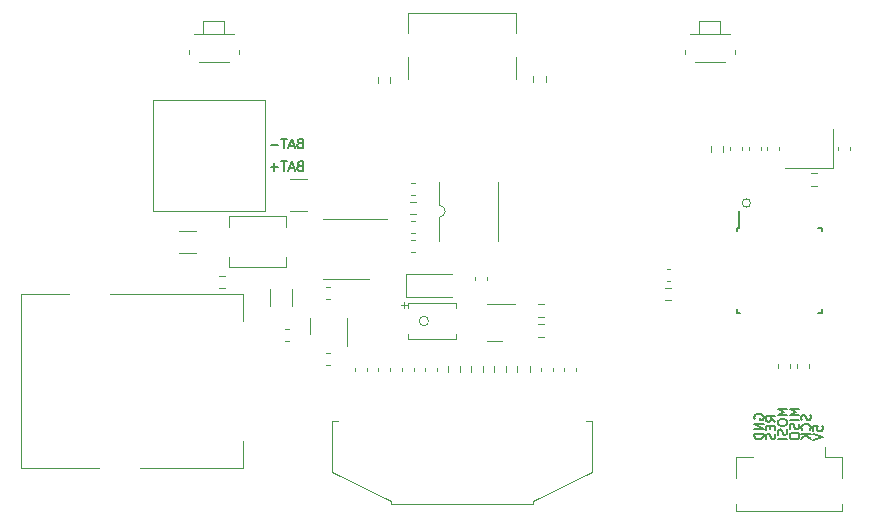
<source format=gbr>
%TF.GenerationSoftware,KiCad,Pcbnew,(6.0.5)*%
%TF.CreationDate,2023-01-30T15:53:00+08:00*%
%TF.ProjectId,Mini_Remoter,4d696e69-5f52-4656-9d6f-7465722e6b69,rev?*%
%TF.SameCoordinates,Original*%
%TF.FileFunction,Legend,Bot*%
%TF.FilePolarity,Positive*%
%FSLAX46Y46*%
G04 Gerber Fmt 4.6, Leading zero omitted, Abs format (unit mm)*
G04 Created by KiCad (PCBNEW (6.0.5)) date 2023-01-30 15:53:00*
%MOMM*%
%LPD*%
G01*
G04 APERTURE LIST*
%ADD10C,0.140000*%
%ADD11C,0.120000*%
%ADD12C,0.150000*%
G04 APERTURE END LIST*
D10*
X86485714Y-91442857D02*
X86371428Y-91480952D01*
X86333333Y-91519047D01*
X86295238Y-91595238D01*
X86295238Y-91709523D01*
X86333333Y-91785714D01*
X86371428Y-91823809D01*
X86447619Y-91861904D01*
X86752380Y-91861904D01*
X86752380Y-91061904D01*
X86485714Y-91061904D01*
X86409523Y-91100000D01*
X86371428Y-91138095D01*
X86333333Y-91214285D01*
X86333333Y-91290476D01*
X86371428Y-91366666D01*
X86409523Y-91404761D01*
X86485714Y-91442857D01*
X86752380Y-91442857D01*
X85990476Y-91633333D02*
X85609523Y-91633333D01*
X86066666Y-91861904D02*
X85800000Y-91061904D01*
X85533333Y-91861904D01*
X85380952Y-91061904D02*
X84923809Y-91061904D01*
X85152380Y-91861904D02*
X85152380Y-91061904D01*
X84657142Y-91557142D02*
X84047619Y-91557142D01*
X86485714Y-93342857D02*
X86371428Y-93380952D01*
X86333333Y-93419047D01*
X86295238Y-93495238D01*
X86295238Y-93609523D01*
X86333333Y-93685714D01*
X86371428Y-93723809D01*
X86447619Y-93761904D01*
X86752380Y-93761904D01*
X86752380Y-92961904D01*
X86485714Y-92961904D01*
X86409523Y-93000000D01*
X86371428Y-93038095D01*
X86333333Y-93114285D01*
X86333333Y-93190476D01*
X86371428Y-93266666D01*
X86409523Y-93304761D01*
X86485714Y-93342857D01*
X86752380Y-93342857D01*
X85990476Y-93533333D02*
X85609523Y-93533333D01*
X86066666Y-93761904D02*
X85800000Y-92961904D01*
X85533333Y-93761904D01*
X85380952Y-92961904D02*
X84923809Y-92961904D01*
X85152380Y-93761904D02*
X85152380Y-92961904D01*
X84657142Y-93457142D02*
X84047619Y-93457142D01*
X84352380Y-93761904D02*
X84352380Y-93152380D01*
X129961904Y-115766667D02*
X129961904Y-115385714D01*
X130342857Y-115347619D01*
X130304761Y-115385714D01*
X130266666Y-115461905D01*
X130266666Y-115652381D01*
X130304761Y-115728571D01*
X130342857Y-115766667D01*
X130419047Y-115804762D01*
X130609523Y-115804762D01*
X130685714Y-115766667D01*
X130723809Y-115728571D01*
X130761904Y-115652381D01*
X130761904Y-115461905D01*
X130723809Y-115385714D01*
X130685714Y-115347619D01*
X129961904Y-116033333D02*
X130761904Y-116300000D01*
X129961904Y-116566667D01*
X129723809Y-114433333D02*
X129761904Y-114547619D01*
X129761904Y-114738095D01*
X129723809Y-114814285D01*
X129685714Y-114852381D01*
X129609523Y-114890476D01*
X129533333Y-114890476D01*
X129457142Y-114852381D01*
X129419047Y-114814285D01*
X129380952Y-114738095D01*
X129342857Y-114585714D01*
X129304761Y-114509524D01*
X129266666Y-114471428D01*
X129190476Y-114433333D01*
X129114285Y-114433333D01*
X129038095Y-114471428D01*
X129000000Y-114509524D01*
X128961904Y-114585714D01*
X128961904Y-114776190D01*
X129000000Y-114890476D01*
X129685714Y-115690476D02*
X129723809Y-115652381D01*
X129761904Y-115538095D01*
X129761904Y-115461905D01*
X129723809Y-115347619D01*
X129647619Y-115271428D01*
X129571428Y-115233333D01*
X129419047Y-115195238D01*
X129304761Y-115195238D01*
X129152380Y-115233333D01*
X129076190Y-115271428D01*
X129000000Y-115347619D01*
X128961904Y-115461905D01*
X128961904Y-115538095D01*
X129000000Y-115652381D01*
X129038095Y-115690476D01*
X129761904Y-116033333D02*
X128961904Y-116033333D01*
X129761904Y-116490476D02*
X129304761Y-116147619D01*
X128961904Y-116490476D02*
X129419047Y-116033333D01*
X128761904Y-113938095D02*
X127961904Y-113938095D01*
X128533333Y-114204761D01*
X127961904Y-114471428D01*
X128761904Y-114471428D01*
X128761904Y-114852380D02*
X127961904Y-114852380D01*
X128723809Y-115195238D02*
X128761904Y-115309523D01*
X128761904Y-115499999D01*
X128723809Y-115576190D01*
X128685714Y-115614285D01*
X128609523Y-115652380D01*
X128533333Y-115652380D01*
X128457142Y-115614285D01*
X128419047Y-115576190D01*
X128380952Y-115499999D01*
X128342857Y-115347618D01*
X128304761Y-115271428D01*
X128266666Y-115233333D01*
X128190476Y-115195238D01*
X128114285Y-115195238D01*
X128038095Y-115233333D01*
X128000000Y-115271428D01*
X127961904Y-115347618D01*
X127961904Y-115538095D01*
X128000000Y-115652380D01*
X127961904Y-116147618D02*
X127961904Y-116299999D01*
X128000000Y-116376190D01*
X128076190Y-116452380D01*
X128228571Y-116490476D01*
X128495238Y-116490476D01*
X128647619Y-116452380D01*
X128723809Y-116376190D01*
X128761904Y-116299999D01*
X128761904Y-116147618D01*
X128723809Y-116071428D01*
X128647619Y-115995238D01*
X128495238Y-115957142D01*
X128228571Y-115957142D01*
X128076190Y-115995238D01*
X128000000Y-116071428D01*
X127961904Y-116147618D01*
X127761904Y-113938095D02*
X126961904Y-113938095D01*
X127533333Y-114204761D01*
X126961904Y-114471428D01*
X127761904Y-114471428D01*
X126961904Y-115004761D02*
X126961904Y-115157142D01*
X127000000Y-115233333D01*
X127076190Y-115309523D01*
X127228571Y-115347618D01*
X127495238Y-115347618D01*
X127647619Y-115309523D01*
X127723809Y-115233333D01*
X127761904Y-115157142D01*
X127761904Y-115004761D01*
X127723809Y-114928571D01*
X127647619Y-114852380D01*
X127495238Y-114814285D01*
X127228571Y-114814285D01*
X127076190Y-114852380D01*
X127000000Y-114928571D01*
X126961904Y-115004761D01*
X127723809Y-115652380D02*
X127761904Y-115766666D01*
X127761904Y-115957142D01*
X127723809Y-116033333D01*
X127685714Y-116071428D01*
X127609523Y-116109523D01*
X127533333Y-116109523D01*
X127457142Y-116071428D01*
X127419047Y-116033333D01*
X127380952Y-115957142D01*
X127342857Y-115804761D01*
X127304761Y-115728571D01*
X127266666Y-115690476D01*
X127190476Y-115652380D01*
X127114285Y-115652380D01*
X127038095Y-115690476D01*
X127000000Y-115728571D01*
X126961904Y-115804761D01*
X126961904Y-115995238D01*
X127000000Y-116109523D01*
X127761904Y-116452380D02*
X126961904Y-116452380D01*
X126761904Y-115004761D02*
X126380952Y-114738095D01*
X126761904Y-114547619D02*
X125961904Y-114547619D01*
X125961904Y-114852380D01*
X126000000Y-114928571D01*
X126038095Y-114966666D01*
X126114285Y-115004761D01*
X126228571Y-115004761D01*
X126304761Y-114966666D01*
X126342857Y-114928571D01*
X126380952Y-114852380D01*
X126380952Y-114547619D01*
X126342857Y-115347619D02*
X126342857Y-115614285D01*
X126761904Y-115728571D02*
X126761904Y-115347619D01*
X125961904Y-115347619D01*
X125961904Y-115728571D01*
X126723809Y-116033333D02*
X126761904Y-116147619D01*
X126761904Y-116338095D01*
X126723809Y-116414285D01*
X126685714Y-116452380D01*
X126609523Y-116490476D01*
X126533333Y-116490476D01*
X126457142Y-116452380D01*
X126419047Y-116414285D01*
X126380952Y-116338095D01*
X126342857Y-116185714D01*
X126304761Y-116109523D01*
X126266666Y-116071428D01*
X126190476Y-116033333D01*
X126114285Y-116033333D01*
X126038095Y-116071428D01*
X126000000Y-116109523D01*
X125961904Y-116185714D01*
X125961904Y-116376190D01*
X126000000Y-116490476D01*
X125000000Y-114814286D02*
X124961904Y-114738095D01*
X124961904Y-114623810D01*
X125000000Y-114509524D01*
X125076190Y-114433333D01*
X125152380Y-114395238D01*
X125304761Y-114357143D01*
X125419047Y-114357143D01*
X125571428Y-114395238D01*
X125647619Y-114433333D01*
X125723809Y-114509524D01*
X125761904Y-114623810D01*
X125761904Y-114700000D01*
X125723809Y-114814286D01*
X125685714Y-114852381D01*
X125419047Y-114852381D01*
X125419047Y-114700000D01*
X125761904Y-115195238D02*
X124961904Y-115195238D01*
X125761904Y-115652381D01*
X124961904Y-115652381D01*
X125761904Y-116033333D02*
X124961904Y-116033333D01*
X124961904Y-116223810D01*
X125000000Y-116338095D01*
X125076190Y-116414286D01*
X125152380Y-116452381D01*
X125304761Y-116490476D01*
X125419047Y-116490476D01*
X125571428Y-116452381D01*
X125647619Y-116414286D01*
X125723809Y-116338095D01*
X125761904Y-116223810D01*
X125761904Y-116033333D01*
D11*
%TO.C,U5*%
X124660555Y-96500000D02*
G75*
G03*
X124660555Y-96500000I-360555J0D01*
G01*
D12*
X130725000Y-98575000D02*
X130725000Y-98900000D01*
X123475000Y-98575000D02*
X123700000Y-98575000D01*
X123475000Y-98575000D02*
X123475000Y-98900000D01*
X123475000Y-105825000D02*
X123475000Y-105500000D01*
X123475000Y-105825000D02*
X123800000Y-105825000D01*
X130725000Y-105825000D02*
X130400000Y-105825000D01*
X130725000Y-105825000D02*
X130725000Y-105500000D01*
X130725000Y-98575000D02*
X130400000Y-98575000D01*
X123700000Y-98575000D02*
X123700000Y-97200000D01*
D11*
%TO.C,C14*%
X87111252Y-97160000D02*
X85688748Y-97160000D01*
X87111252Y-94440000D02*
X85688748Y-94440000D01*
%TO.C,Y1*%
X131600000Y-93550000D02*
X127600000Y-93550000D01*
X131600000Y-90250000D02*
X131600000Y-93550000D01*
%TO.C,USB1*%
X95620000Y-80405000D02*
X95620000Y-82110000D01*
X104780000Y-80405000D02*
X95620000Y-80405000D01*
X104780000Y-82110000D02*
X104780000Y-80405000D01*
X104780000Y-84120000D02*
X104780000Y-86040000D01*
X95620000Y-86040000D02*
X95620000Y-84120000D01*
%TO.C,U6*%
X98300000Y-97700000D02*
G75*
G03*
X98300000Y-96700000I0J500000D01*
G01*
X103300000Y-94700000D02*
X103300000Y-99700000D01*
X98300000Y-97700000D02*
X98300000Y-99700000D01*
X98300000Y-94700000D02*
X98300000Y-96700000D01*
%TO.C,U4*%
X81728000Y-118966000D02*
X72965000Y-118966000D01*
X81728000Y-104234000D02*
X81728000Y-106520000D01*
X62932000Y-104234000D02*
X62932000Y-118966000D01*
X62932000Y-104234000D02*
X66996000Y-104234000D01*
X81728000Y-118966000D02*
X81728000Y-116680000D01*
X70425000Y-104234000D02*
X81728000Y-104234000D01*
X62932000Y-118966000D02*
X69536000Y-118966000D01*
%TO.C,U3*%
X90400000Y-102960000D02*
X88450000Y-102960000D01*
X90400000Y-102960000D02*
X92350000Y-102960000D01*
X90400000Y-97840000D02*
X93850000Y-97840000D01*
X90400000Y-97840000D02*
X88450000Y-97840000D01*
%TO.C,U2*%
X89215000Y-119235000D02*
X94215000Y-121735000D01*
X94215000Y-121985000D02*
X94215000Y-121735000D01*
X111215000Y-114985000D02*
X110715000Y-114985000D01*
X106215000Y-121735000D02*
X111215000Y-119235000D01*
X106215000Y-121985000D02*
X94215000Y-121985000D01*
X89215000Y-114985000D02*
X89715000Y-114985000D01*
X106215000Y-121985000D02*
X106215000Y-121735000D01*
X89215000Y-114985000D02*
X89215000Y-119235000D01*
X111215000Y-114985000D02*
X111215000Y-114985000D01*
X111215000Y-114985000D02*
X111215000Y-119235000D01*
X111215000Y-119235000D02*
X111215000Y-119235000D01*
X111215000Y-119235000D02*
X111215000Y-114985000D01*
%TO.C,U1*%
X90460000Y-106900000D02*
X90460000Y-106250000D01*
X87340000Y-106900000D02*
X87340000Y-106250000D01*
X90460000Y-106900000D02*
X90460000Y-108575000D01*
X87340000Y-106900000D02*
X87340000Y-107550000D01*
%TO.C,SW2*%
X119115000Y-83585000D02*
X119115000Y-83885000D01*
X120315000Y-81085000D02*
X120315000Y-82185000D01*
X122115000Y-82185000D02*
X122115000Y-81085000D01*
X122915000Y-82185000D02*
X119515000Y-82185000D01*
X122465000Y-84585000D02*
X119965000Y-84585000D01*
X122115000Y-81085000D02*
X120315000Y-81085000D01*
X123315000Y-83585000D02*
X123315000Y-83885000D01*
%TO.C,SW1*%
X77115000Y-83585000D02*
X77115000Y-83885000D01*
X78315000Y-81085000D02*
X78315000Y-82185000D01*
X80115000Y-82185000D02*
X80115000Y-81085000D01*
X80915000Y-82185000D02*
X77515000Y-82185000D01*
X80465000Y-84585000D02*
X77965000Y-84585000D01*
X80115000Y-81085000D02*
X78315000Y-81085000D01*
X81315000Y-83585000D02*
X81315000Y-83885000D01*
%TO.C,R14*%
X117954724Y-104722500D02*
X117445276Y-104722500D01*
X117954724Y-103677500D02*
X117445276Y-103677500D01*
%TO.C,R13*%
X129757776Y-93977500D02*
X130267224Y-93977500D01*
X129757776Y-95022500D02*
X130267224Y-95022500D01*
%TO.C,R12*%
X107322500Y-86254724D02*
X107322500Y-85745276D01*
X106277500Y-86254724D02*
X106277500Y-85745276D01*
%TO.C,R11*%
X93077500Y-85845276D02*
X93077500Y-86354724D01*
X94122500Y-85845276D02*
X94122500Y-86354724D01*
%TO.C,R10*%
X107154724Y-106777500D02*
X106645276Y-106777500D01*
X107154724Y-107822500D02*
X106645276Y-107822500D01*
%TO.C,R9*%
X107154724Y-105077500D02*
X106645276Y-105077500D01*
X107154724Y-106122500D02*
X106645276Y-106122500D01*
%TO.C,R7*%
X121277500Y-92154724D02*
X121277500Y-91645276D01*
X122322500Y-92154724D02*
X122322500Y-91645276D01*
%TO.C,R6*%
X79645276Y-102677500D02*
X80154724Y-102677500D01*
X79645276Y-103722500D02*
X80154724Y-103722500D01*
%TO.C,R5*%
X100988055Y-110338276D02*
X100988055Y-110847724D01*
X102033055Y-110338276D02*
X102033055Y-110847724D01*
%TO.C,R4*%
X102950166Y-110338276D02*
X102950166Y-110847724D01*
X103995166Y-110338276D02*
X103995166Y-110847724D01*
%TO.C,R3*%
X104912277Y-110338276D02*
X104912277Y-110847724D01*
X105957277Y-110338276D02*
X105957277Y-110847724D01*
%TO.C,R2*%
X96354724Y-97422500D02*
X95845276Y-97422500D01*
X96354724Y-96377500D02*
X95845276Y-96377500D01*
%TO.C,R1*%
X99025944Y-110338276D02*
X99025944Y-110847724D01*
X100070944Y-110338276D02*
X100070944Y-110847724D01*
%TO.C,Q1*%
X103000000Y-105040000D02*
X102350000Y-105040000D01*
X103000000Y-108160000D02*
X102350000Y-108160000D01*
X103000000Y-105040000D02*
X104675000Y-105040000D01*
X103000000Y-108160000D02*
X103650000Y-108160000D01*
%TO.C,L1*%
X85313000Y-98530000D02*
X85313000Y-97641000D01*
X80487000Y-97641000D02*
X80487000Y-98530000D01*
X85313000Y-101959000D02*
X85313000Y-101070000D01*
X80487000Y-101070000D02*
X80487000Y-101959000D01*
X85313000Y-97641000D02*
X80487000Y-97641000D01*
X80487000Y-101959000D02*
X85313000Y-101959000D01*
%TO.C,J4*%
X132410000Y-119790000D02*
X132410000Y-118040000D01*
X123390000Y-118040000D02*
X124840000Y-118040000D01*
X132410000Y-122010000D02*
X132410000Y-122560000D01*
X123390000Y-122560000D02*
X123390000Y-122010000D01*
X130960000Y-118040000D02*
X130960000Y-117150000D01*
X132410000Y-122560000D02*
X123390000Y-122560000D01*
X123390000Y-119790000D02*
X123390000Y-118040000D01*
X132410000Y-118040000D02*
X130960000Y-118040000D01*
%TO.C,J1*%
X83550000Y-87800000D02*
X74050000Y-87800000D01*
X83550000Y-97200000D02*
X83550000Y-87800000D01*
X74050000Y-97200000D02*
X83550000Y-97200000D01*
X74050000Y-87800000D02*
X74050000Y-97200000D01*
%TO.C,D7*%
X95450000Y-104500000D02*
X99350000Y-104500000D01*
X95450000Y-104500000D02*
X95450000Y-102500000D01*
X95450000Y-102500000D02*
X99350000Y-102500000D01*
%TO.C,C26*%
X124490000Y-92046267D02*
X124490000Y-91753733D01*
X125510000Y-92046267D02*
X125510000Y-91753733D01*
%TO.C,C25*%
X132090000Y-92046267D02*
X132090000Y-91753733D01*
X133110000Y-92046267D02*
X133110000Y-91753733D01*
%TO.C,C24*%
X126090000Y-92046267D02*
X126090000Y-91753733D01*
X127110000Y-92046267D02*
X127110000Y-91753733D01*
%TO.C,C23*%
X122890000Y-92046267D02*
X122890000Y-91753733D01*
X123910000Y-92046267D02*
X123910000Y-91753733D01*
%TO.C,C22*%
X95953733Y-99590000D02*
X96246267Y-99590000D01*
X95953733Y-100610000D02*
X96246267Y-100610000D01*
%TO.C,C21*%
X101290000Y-103046267D02*
X101290000Y-102753733D01*
X102310000Y-103046267D02*
X102310000Y-102753733D01*
%TO.C,C20*%
X129610000Y-110153733D02*
X129610000Y-110446267D01*
X128590000Y-110153733D02*
X128590000Y-110446267D01*
%TO.C,C19*%
X117553733Y-102090000D02*
X117846267Y-102090000D01*
X117553733Y-103110000D02*
X117846267Y-103110000D01*
%TO.C,C18*%
X126990000Y-110446267D02*
X126990000Y-110153733D01*
X128010000Y-110446267D02*
X128010000Y-110153733D01*
%TO.C,C13*%
X77711252Y-100710000D02*
X76288748Y-100710000D01*
X77711252Y-98890000D02*
X76288748Y-98890000D01*
%TO.C,C12*%
X95114222Y-110446733D02*
X95114222Y-110739267D01*
X96134222Y-110446733D02*
X96134222Y-110739267D01*
%TO.C,C11*%
X85810000Y-103788748D02*
X85810000Y-105211252D01*
X83990000Y-103788748D02*
X83990000Y-105211252D01*
%TO.C,C10*%
X108849000Y-110446733D02*
X108849000Y-110739267D01*
X109869000Y-110446733D02*
X109869000Y-110739267D01*
%TO.C,C9*%
X106886888Y-110446733D02*
X106886888Y-110739267D01*
X107906888Y-110446733D02*
X107906888Y-110739267D01*
%TO.C,C8*%
X85253733Y-108210000D02*
X85546267Y-108210000D01*
X85253733Y-107190000D02*
X85546267Y-107190000D01*
%TO.C,C7*%
X94172111Y-110746267D02*
X94172111Y-110453733D01*
X93152111Y-110746267D02*
X93152111Y-110453733D01*
%TO.C,C6*%
X88753733Y-110210000D02*
X89046267Y-110210000D01*
X88753733Y-109190000D02*
X89046267Y-109190000D01*
%TO.C,C5*%
X92210000Y-110746267D02*
X92210000Y-110453733D01*
X91190000Y-110746267D02*
X91190000Y-110453733D01*
%TO.C,C4*%
X96246267Y-95810000D02*
X95953733Y-95810000D01*
X96246267Y-94790000D02*
X95953733Y-94790000D01*
%TO.C,C3*%
X95953733Y-97990000D02*
X96246267Y-97990000D01*
X95953733Y-99010000D02*
X96246267Y-99010000D01*
%TO.C,C2*%
X98096333Y-110739267D02*
X98096333Y-110446733D01*
X97076333Y-110739267D02*
X97076333Y-110446733D01*
%TO.C,C1*%
X88753733Y-104610000D02*
X89046267Y-104610000D01*
X88753733Y-103590000D02*
X89046267Y-103590000D01*
%TO.C,BZ1*%
X99700000Y-105000000D02*
X99700000Y-105400000D01*
X99700000Y-108000000D02*
X99700000Y-107600000D01*
X95700000Y-105400000D02*
X95700000Y-105000000D01*
X95050000Y-105150000D02*
X95550000Y-105150000D01*
X95700000Y-105000000D02*
X99700000Y-105000000D01*
X95700000Y-108000000D02*
X99700000Y-108000000D01*
X95700000Y-107600000D02*
X95700000Y-108000000D01*
X95300000Y-105400000D02*
X95300000Y-104900000D01*
X97400000Y-106500000D02*
G75*
G03*
X97400000Y-106500000I-400000J0D01*
G01*
%TD*%
M02*

</source>
